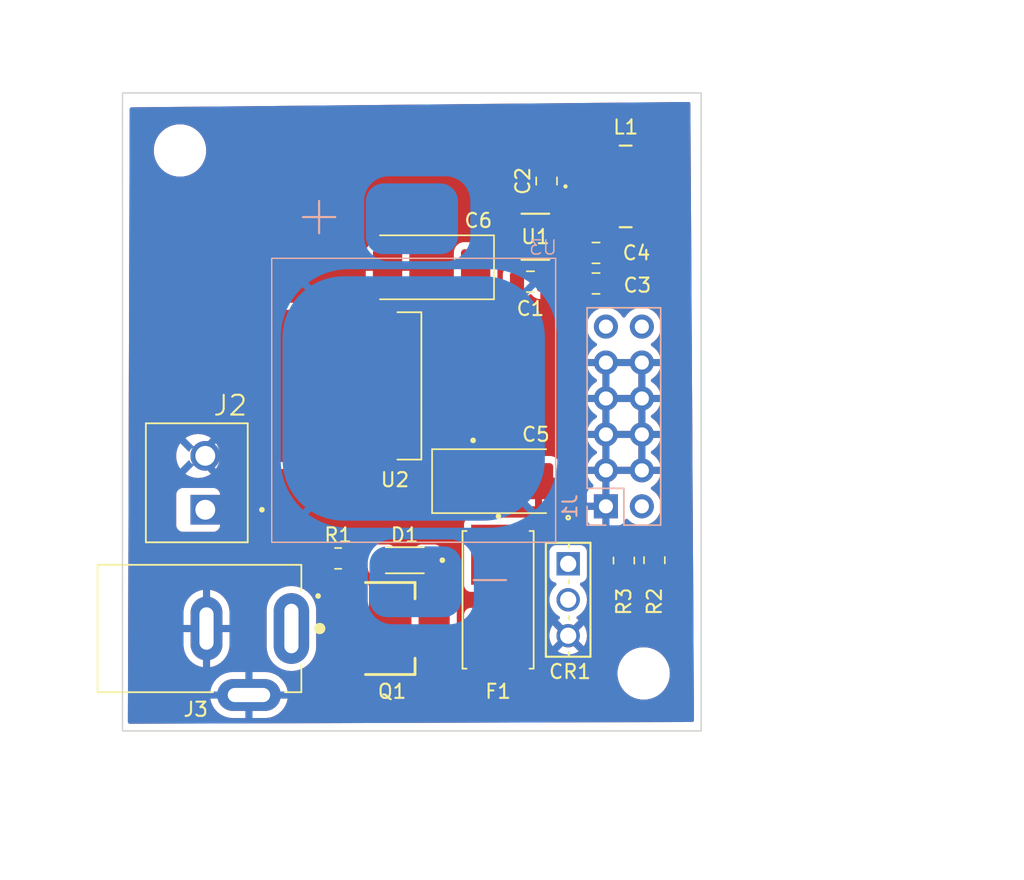
<source format=kicad_pcb>
(kicad_pcb (version 20221018) (generator pcbnew)
  (layers (0 "F.Cu" signal) (31 "B.Cu" signal) (34 "B.Paste" user) (35 "F.Paste" user) (36 "B.SilkS" user "B.Silkscreen") (37 "F.SilkS" user "F.Silkscreen") (38 "B.Mask" user) (39 "F.Mask" user) (44 "Edge.Cuts" user))
  (net 0 "")
  (net 1 "Net-(U1-BST)")
  (net 2 "GND")
  (net 3 "Net-(U1-SW)")
  (net 4 "+3.3V")
  (net 5 "Net-(U2-VOUT)")
  (net 6 "/FLU_EXCITE/EXCITE_EN")
  (net 7 "VDD")
  (net 8 "Net-(R2-Pad2)")
  (net 9 "Net-(CR1-Pad1)")
  (net 10 "Net-(CR1-Pad2)")
  (net 11 "Net-(D1-K)")
  (net 12 "Net-(D1-A)")
  (net 13 "Net-(J2-Pad1)")
  (footprint "connectors:PJ-002A" (layer "F.Cu") (at 180.086 96.393 180)
    (fp_text reference "J3" (at 6.762 -5.715) (layer "F.SilkS") (effects (font (size 1.000827 1.000827))))
    (fp_text value "PJ-002A")
    (fp_line (start -0.7 -4.5) (end 0.45 -4.5) (stroke (width 0.127)) (layer "F.SilkS"))
    (fp_line (start -0.7 -2.55) (end -0.7 -4.5) (stroke (width 0.127)) (layer "F.SilkS"))
    (fp_line (start -0.7 4.5) (end -0.7 2.65) (stroke (width 0.127)) (layer "F.SilkS"))
    (fp_line (start 5.55 -4.5) (end 13.7 -4.5) (stroke (width 0.127)) (layer "F.SilkS"))
    (fp_line (start 13.7 -4.5) (end 13.7 4.5) (stroke (width 0.127)) (layer "F.SilkS"))
    (fp_line (start 13.7 4.5) (end -0.7 4.5) (stroke (width 0.127)) (layer "F.SilkS"))
    (fp_circle (center -2 0) (end -1.8 0) (stroke (width 0.4)) (fill none) (layer "F.SilkS"))
    (pad "1" thru_hole oval locked (at 0 0 180) (size 2.5 5) (drill oval 1 3.5) (layers "*.Cu" "*.Mask") (net 13 "Net-(J2-Pad1)"))
    (pad "2" thru_hole oval locked (at 6 0 180) (size 2.25 4.5) (drill oval 1 3) (layers "*.Cu" "*.Mask") (net 2 "GND"))
    (pad "3" thru_hole oval locked (at 3 -4.7 180) (size 4.5 2.25) (drill oval 3 1) (layers "*.Cu" "*.Mask") (net 2 "GND"))
  )
  (footprint "MountingHole:MountingHole_3.2mm_M3" (layer "F.Cu") (at 204.978 99.568)
    (fp_text reference "REF**" hide)
    (fp_text value "MountingHole_3.2mm_M3")
    (pad "" np_thru_hole circle locked (at 0 0) (size 3.2 3.2) (drill 3.2) (layers "*.Cu" "*.Mask"))
  )
  (footprint "fuses:0154010.DRL" (layer "F.Cu") (at 194.691 94.3663 -90)
    (fp_text reference "F1" (at 6.4717 0 -180) (layer "F.SilkS"))
    (fp_text value "(10 A)")
    (fp_line (start -4.8641 -2.5146) (end 4.8641 -2.5146) (stroke (width 0.127)) (layer "F.SilkS"))
    (fp_line (start -4.8641 -2.225) (end -4.8641 -2.5146) (stroke (width 0.127)) (layer "F.SilkS"))
    (fp_line (start -4.8641 2.5146) (end -4.8641 2.225) (stroke (width 0.127)) (layer "F.SilkS"))
    (fp_line (start 4.8641 -2.5146) (end 4.8641 -2.225) (stroke (width 0.127)) (layer "F.SilkS"))
    (fp_line (start 4.8641 2.5146) (end -4.8641 2.5146) (stroke (width 0.127)) (layer "F.SilkS"))
    (fp_line (start 4.8641 2.5146) (end 4.8641 2.225) (stroke (width 0.127)) (layer "F.SilkS"))
    (fp_circle (center -5.9022 -0.0254) (end -5.8022 -0.0254) (stroke (width 0.2)) (fill none) (layer "F.SilkS"))
    (pad "1" smd rect (at -3.1877 0 270) (size 4.2418 3.81) (layers "F.Cu" "F.Paste" "F.Mask") (net 7 "VDD"))
    (pad "2" smd rect (at 3.1877 0 270) (size 4.2418 3.81) (layers "F.Cu" "F.Paste" "F.Mask") (net 11 "Net-(D1-K)"))
  )
  (footprint "MountingHole:MountingHole_3.2mm_M3" (layer "F.Cu") (at 172.212 62.611)
    (fp_text reference "REF**" hide)
    (fp_text value "MountingHole_3.2mm_M3")
    (pad "" np_thru_hole circle locked (at 0 0) (size 3.2 3.2) (drill 3.2) (layers "F&B.Cu" "*.Mask"))
  )
  (footprint "Capacitor_Tantalum_SMD:CP_EIA-7343-15_Kemet-W" (layer "F.Cu") (at 194.437 85.979)
    (fp_text reference "C5" (at 2.921 -3.302) (layer "F.SilkS"))
    (fp_text value "10uF")
    (fp_line (start -4.41 -2.26) (end -4.41 2.26) (stroke (width 0.12)) (layer "F.SilkS"))
    (fp_line (start -4.41 2.26) (end 3.65 2.26) (stroke (width 0.12)) (layer "F.SilkS"))
    (fp_line (start 3.65 -2.26) (end -4.41 -2.26) (stroke (width 0.12)) (layer "F.SilkS"))
    (pad "1" smd roundrect (at -3.1125 0) (size 2.075 2.55) (layers "F.Cu" "F.Paste" "F.Mask") (roundrect_rratio 0.120482) (net 7 "VDD"))
    (pad "2" smd roundrect (at 3.1125 0) (size 2.075 2.55) (layers "F.Cu" "F.Paste" "F.Mask") (roundrect_rratio 0.120482) (net 2 "GND"))
  )
  (footprint "connectors:TBP02R2-381-02BE" (layer "F.Cu") (at 174 88 90)
    (fp_text reference "J2" (at 7.366 1.7675 180) (layer "F.SilkS") (effects (font (size 1.4 1.4))))
    (fp_text value "TBP02R2-381-02BE")
    (fp_line (start -2.3 -4.2) (end 6.11 -4.2) (stroke (width 0.127)) (layer "F.SilkS"))
    (fp_line (start -2.3 3) (end -2.3 -4.2) (stroke (width 0.127)) (layer "F.SilkS"))
    (fp_line (start 6.11 -4.2) (end 6.11 3) (stroke (width 0.127)) (layer "F.SilkS"))
    (fp_line (start 6.11 3) (end -2.3 3) (stroke (width 0.127)) (layer "F.SilkS"))
    (fp_circle (center 0 4) (end 0.1 4) (stroke (width 0.2)) (fill none) (layer "F.SilkS"))
    (pad "1" thru_hole rect locked (at 0 0 90) (size 2.1 2.1) (drill 1.4) (layers "*.Cu" "*.Mask") (net 13 "Net-(J2-Pad1)"))
    (pad "2" thru_hole circle locked (at 3.81 0 90) (size 2.1 2.1) (drill 1.4) (layers "*.Cu" "*.Mask") (net 2 "GND"))
  )
  (footprint "Resistor_SMD:R_0805_2012Metric" (layer "F.Cu") (at 205.74 91.567 -90)
    (fp_text reference "R2" (at 2.921 0 90) (layer "F.SilkS"))
    (fp_text value "10K")
    (fp_line (start -0.227064 -0.735) (end 0.227064 -0.735) (stroke (width 0.12)) (layer "F.SilkS"))
    (fp_line (start -0.227064 0.735) (end 0.227064 0.735) (stroke (width 0.12)) (layer "F.SilkS"))
    (pad "1" smd roundrect (at -0.9125 0 270) (size 1.025 1.4) (layers "F.Cu" "F.Paste" "F.Mask") (roundrect_rratio 0.243902) (net 6 "/FLU_EXCITE/EXCITE_EN"))
    (pad "2" smd roundrect (at 0.9125 0 270) (size 1.025 1.4) (layers "F.Cu" "F.Paste" "F.Mask") (roundrect_rratio 0.243902) (net 8 "Net-(R2-Pad2)"))
  )
  (footprint "Resistor_SMD:R_0805_2012Metric" (layer "F.Cu") (at 183.388 91.44)
    (fp_text reference "R1" (at 0 -1.65) (layer "F.SilkS"))
    (fp_text value "10K")
    (fp_line (start -0.227064 -0.735) (end 0.227064 -0.735) (stroke (width 0.12)) (layer "F.SilkS"))
    (fp_line (start -0.227064 0.735) (end 0.227064 0.735) (stroke (width 0.12)) (layer "F.SilkS"))
    (pad "1" smd roundrect (at -0.9125 0) (size 1.025 1.4) (layers "F.Cu" "F.Paste" "F.Mask") (roundrect_rratio 0.243902) (net 2 "GND"))
    (pad "2" smd roundrect (at 0.9125 0) (size 1.025 1.4) (layers "F.Cu" "F.Paste" "F.Mask") (roundrect_rratio 0.243902) (net 12 "Net-(D1-A)"))
  )
  (footprint "Capacitor_SMD:C_0805_2012Metric" (layer "F.Cu") (at 198.12 64.77 90)
    (fp_text reference "C2" (at 0 -1.68 90) (layer "F.SilkS"))
    (fp_text value "100nF")
    (fp_line (start -0.261252 -0.735) (end 0.261252 -0.735) (stroke (width 0.12)) (layer "F.SilkS"))
    (fp_line (start -0.261252 0.735) (end 0.261252 0.735) (stroke (width 0.12)) (layer "F.SilkS"))
    (pad "1" smd roundrect (at -0.95 0 90) (size 1 1.45) (layers "F.Cu" "F.Paste" "F.Mask") (net 1 "Net-(U1-BST)"))
    (pad "2" smd roundrect (at 0.95 0 90) (size 1 1.45) (layers "F.Cu" "F.Paste" "F.Mask") (net 3 "Net-(U1-SW)"))
  )
  (footprint "Resistor_SMD:R_0805_2012Metric" (layer "F.Cu") (at 203.581 91.5905 -90)
    (fp_text reference "R3" (at 2.8975 0 90) (layer "F.SilkS"))
    (fp_text value "10K")
    (fp_line (start -0.227064 -0.735) (end 0.227064 -0.735) (stroke (width 0.12)) (layer "F.SilkS"))
    (fp_line (start -0.227064 0.735) (end 0.227064 0.735) (stroke (width 0.12)) (layer "F.SilkS"))
    (pad "1" smd roundrect (at -0.9125 0 270) (size 1.025 1.4) (layers "F.Cu" "F.Paste" "F.Mask") (roundrect_rratio 0.243902) (net 8 "Net-(R2-Pad2)"))
    (pad "2" smd roundrect (at 0.9125 0 270) (size 1.025 1.4) (layers "F.Cu" "F.Paste" "F.Mask") (roundrect_rratio 0.243902) (net 9 "Net-(CR1-Pad1)"))
  )
  (footprint "mosfets:DMP6023LE-13" (layer "F.Cu") (at 187.071 96.393)
    (fp_text reference "Q1" (at 0.127 4.445) (layer "F.SilkS"))
    (fp_text value "DMP6023LE-13")
    (fp_line (start -1.75 -3.25) (end 1.75 -3.25) (stroke (width 0.2)) (layer "F.SilkS"))
    (fp_line (start 1.75 -3.25) (end 1.75 -2.1) (stroke (width 0.2)) (layer "F.SilkS"))
    (fp_line (start 1.75 2.1) (end 1.75 3.25) (stroke (width 0.2)) (layer "F.SilkS"))
    (fp_line (start 1.75 3.25) (end -1.75 3.25) (stroke (width 0.2)) (layer "F.SilkS"))
    (fp_circle (center -5.1 -2.3) (end -5 -2.3) (stroke (width 0.2)) (fill none) (layer "F.SilkS"))
    (pad "1" smd rect (at -3.1 -2.3) (size 2.2 1.2) (layers "F.Cu" "F.Paste" "F.Mask") (net 12 "Net-(D1-A)"))
    (pad "2" smd rect (at -3.1 0) (size 2.2 1.2) (layers "F.Cu" "F.Paste" "F.Mask") (net 13 "Net-(J2-Pad1)"))
    (pad "3" smd rect (at -3.1 2.3) (size 2.2 1.2) (layers "F.Cu" "F.Paste" "F.Mask") (net 11 "Net-(D1-K)"))
    (pad "4" smd rect (at 3.1 0) (size 2.2 3.5) (layers "F.Cu" "F.Paste" "F.Mask") (net 13 "Net-(J2-Pad1)"))
  )
  (footprint "Capacitor_SMD:C_0805_2012Metric" (layer "F.Cu") (at 201.61 69.85 180)
    (fp_text reference "C4" (at -2.86 0) (layer "F.SilkS"))
    (fp_text value "22uF")
    (fp_line (start -0.261252 -0.735) (end 0.261252 -0.735) (stroke (width 0.12)) (layer "F.SilkS"))
    (fp_line (start -0.261252 0.735) (end 0.261252 0.735) (stroke (width 0.12)) (layer "F.SilkS"))
    (pad "1" smd roundrect (at -0.95 0 180) (size 1 1.45) (layers "F.Cu" "F.Paste" "F.Mask") (net 4 "+3.3V"))
    (pad "2" smd roundrect (at 0.95 0 180) (size 1 1.45) (layers "F.Cu" "F.Paste" "F.Mask") (net 2 "GND"))
  )
  (footprint "ldo:AP63205WU-7" (layer "F.Cu") (at 197.32625 68.707)
    (fp_text reference "U1" (at 0 0 unlocked) (layer "F.SilkS"))
    (fp_text value "AP63203WU-7")
    (fp_line (start -0.9779 1.6256) (end 0.9779 1.6256) (stroke (width 0.1524)) (layer "F.SilkS"))
    (fp_line (start 0.9779 -1.6256) (end -0.9779 -1.6256) (stroke (width 0.1524)) (layer "F.SilkS"))
    (pad "1" smd rect (at -1.30175 -0.950001) (size 0.9017 0.508) (layers "F.Cu" "F.Paste" "F.Mask") (net 4 "+3.3V"))
    (pad "2" smd rect (at -1.30175 0) (size 0.9017 0.508) (layers "F.Cu" "F.Paste" "F.Mask") (net 7 "VDD"))
    (pad "3" smd rect (at -1.30175 0.950001) (size 0.9017 0.508) (layers "F.Cu" "F.Paste" "F.Mask") (net 7 "VDD"))
    (pad "4" smd rect (at 1.30175 0.950001) (size 0.9017 0.508) (layers "F.Cu" "F.Paste" "F.Mask") (net 2 "GND"))
    (pad "5" smd rect (at 1.30175 0) (size 0.9017 0.508) (layers "F.Cu" "F.Paste" "F.Mask") (net 3 "Net-(U1-SW)"))
    (pad "6" smd rect (at 1.30175 -0.950001) (size 0.9017 0.508) (layers "F.Cu" "F.Paste" "F.Mask") (net 1 "Net-(U1-BST)"))
  )
  (footprint "inductors:SDE0604A-3R9M" (layer "F.Cu") (at 203.708 65.151)
    (fp_text reference "L1" (at 0 -4.191 unlocked) (layer "F.SilkS"))
    (fp_text value "3.9uH")
    (fp_line (start -0.419751 2.8829) (end 0.419751 2.8829) (stroke (width 0.1524)) (layer "F.SilkS"))
    (fp_line (start 0.419751 -2.8829) (end -0.419751 -2.8829) (stroke (width 0.1524)) (layer "F.SilkS"))
    (fp_circle (center -4.2545 0) (end -4.1783 0) (stroke (width 0.1524)) (fill none) (layer "F.SilkS"))
    (pad "1" smd rect (at -1.9177 0) (size 2.3622 5.5626) (layers "F.Cu" "F.Paste" "F.Mask") (net 3 "Net-(U1-SW)"))
    (pad "2" smd rect (at 1.9177 0) (size 2.3622 5.5626) (layers "F.Cu" "F.Paste" "F.Mask") (net 4 "+3.3V"))
  )
  (footprint "ldo:MIC29150-12WU" (layer "F.Cu") (at 186.576 79.248 180)
    (fp_text reference "U2" (at -0.825 -6.635) (layer "F.SilkS"))
    (fp_text value "MIC29150-12WU-TR")
    (fp_line (start -2.692 -5.207) (end -1 -5.207) (stroke (width 0.127)) (layer "F.SilkS"))
    (fp_line (start -2.692 5.207) (end -2.692 -5.207) (stroke (width 0.127)) (layer "F.SilkS"))
    (fp_line (start -1 5.207) (end -2.692 5.207) (stroke (width 0.127)) (layer "F.SilkS"))
    (fp_circle (center -6.35 -3.85) (end -6.25 -3.85) (stroke (width 0.2)) (fill none) (layer "F.SilkS"))
    (pad "1" smd rect (at -6.35 -2.54 180) (size 3.92 1.45) (layers "F.Cu" "F.Paste" "F.Mask") (net 7 "VDD"))
    (pad "2" smd rect (at -6.35 0 180) (size 3.92 1.45) (layers "F.Cu" "F.Paste" "F.Mask") (net 2 "GND"))
    (pad "3" smd rect (at -6.35 2.54 180) (size 3.92 1.45) (layers "F.Cu" "F.Paste" "F.Mask") (net 5 "Net-(U2-VOUT)"))
    (pad "4" smd rect (at 3.95 0 180) (size 8.75 10.75) (layers "F.Cu" "F.Mask"))
  )
  (footprint "transistors:BD681" (layer "F.Cu") (at 199.644 91.821 -90)
    (fp_text reference "CR1" (at 7.62 -0.127 unlocked) (layer "F.SilkS"))
    (fp_text value "BD681")
    (fp_line (start -1.4859 -1.5748) (end -1.4859 1.5748) (stroke (width 0.1524)) (layer "F.SilkS"))
    (fp_line (start -1.4859 1.5748) (end 6.5659 1.5748) (stroke (width 0.1524)) (layer "F.SilkS"))
    (fp_line (start -1.3589 -0.0508) (end -1.15824 -0.0508) (stroke (width 0.1524)) (layer "F.SilkS"))
    (fp_line (start 1.15824 -0.0508) (end 1.382875 -0.0508) (stroke (width 0.1524)) (layer "F.SilkS"))
    (fp_line (start 3.697125 -0.0508) (end 3.922875 -0.0508) (stroke (width 0.1524)) (layer "F.SilkS"))
    (fp_line (start 6.237125 -0.0508) (end 6.4389 -0.0508) (stroke (width 0.1524)) (layer "F.SilkS"))
    (fp_line (start 6.5659 -1.5748) (end -1.4859 -1.5748) (stroke (width 0.1524)) (layer "F.SilkS"))
    (fp_line (start 6.5659 1.5748) (end 6.5659 -1.5748) (stroke (width 0.1524)) (layer "F.SilkS"))
    (fp_circle (center -3.2639 0) (end -3.1369 0) (stroke (width 0.1524)) (fill none) (layer "F.SilkS"))
    (pad "1" thru_hole rect (at 0 0 270) (size 1.651 1.651) (drill 1.143) (layers "*.Cu" "*.Mask") (net 9 "Net-(CR1-Pad1)"))
    (pad "2" thru_hole circle (at 2.54 0 270) (size 1.651 1.651) (drill 1.143) (layers "*.Cu" "*.Mask") (net 10 "Net-(CR1-Pad2)"))
    (pad "3" thru_hole circle (at 5.08 0 270) (size 1.651 1.651) (drill 1.143) (layers "*.Cu" "*.Mask") (net 2 "GND"))
  )
  (footprint "Capacitor_Tantalum_SMD:CP_EIA-7343-15_Kemet-W" (layer "F.Cu") (at 189.992 70.866 180)
    (fp_text reference "C6" (at -3.302 3.302 180) (layer "F.SilkS"))
    (fp_text value "10uF")
    (fp_line (start -4.41 -2.26) (end -4.41 2.26) (stroke (width 0.12)) (layer "F.SilkS"))
    (fp_line (start -4.41 2.26) (end 3.65 2.26) (stroke (width 0.12)) (layer "F.SilkS"))
    (fp_line (start 3.65 -2.26) (end -4.41 -2.26) (stroke (width 0.12)) (layer "F.SilkS"))
    (pad "1" smd roundrect (at -3.1125 0 180) (size 2.075 2.55) (layers "F.Cu" "F.Paste" "F.Mask") (roundrect_rratio 0.120482) (net 5 "Net-(U2-VOUT)"))
    (pad "2" smd roundrect (at 3.1125 0 180) (size 2.075 2.55) (layers "F.Cu" "F.Paste" "F.Mask") (roundrect_rratio 0.120482) (net 2 "GND"))
  )
  (footprint "Capacitor_SMD:C_0805_2012Metric" (layer "F.Cu") (at 196.977 71.882)
    (fp_text reference "C1" (at 0 1.905) (layer "F.SilkS"))
    (fp_text value "10uF")
    (fp_line (start -0.261252 -0.735) (end 0.261252 -0.735) (stroke (width 0.12)) (layer "F.SilkS"))
    (fp_line (start -0.261252 0.735) (end 0.261252 0.735) (stroke (width 0.12)) (layer "F.SilkS"))
    (pad "1" smd roundrect (at -0.95 0) (size 1 1.45) (layers "F.Cu" "F.Paste" "F.Mask") (net 7 "VDD"))
    (pad "2" smd roundrect (at 0.95 0) (size 1 1.45) (layers "F.Cu" "F.Paste" "F.Mask") (net 2 "GND"))
  )
  (footprint "diodes:MMSZ4700T1G" (layer "F.Cu") (at 188.101 91.567 180)
    (fp_text reference "D1" (at 0.014 1.778) (layer "F.SilkS"))
    (fp_text value "D_Zener")
    (fp_line (start -1.345 -0.9235) (end 1.345 -0.9235) (stroke (width 0.127)) (layer "F.SilkS"))
    (fp_line (start 1.345 0.9235) (end -1.345 0.9235) (stroke (width 0.127)) (layer "F.SilkS"))
    (fp_circle (center -2.65 0) (end -2.55 0) (stroke (width 0.2)) (fill none) (layer "F.SilkS"))
    (pad "1" smd rect (at -1.6375 0 180) (size 0.915 1.22) (layers "F.Cu" "F.Paste" "F.Mask") (net 11 "Net-(D1-K)"))
    (pad "2" smd rect (at 1.6375 0 180) (size 0.915 1.22) (layers "F.Cu" "F.Paste" "F.Mask") (net 12 "Net-(D1-A)"))
  )
  (footprint "Capacitor_SMD:C_0805_2012Metric" (layer "F.Cu") (at 201.61 72.009 180)
    (fp_text reference "C3" (at -2.921 -0.127) (layer "F.SilkS"))
    (fp_text value "22uF")
    (fp_line (start -0.261252 -0.735) (end 0.261252 -0.735) (stroke (width 0.12)) (layer "F.SilkS"))
    (fp_line (start -0.261252 0.735) (end 0.261252 0.735) (stroke (width 0.12)) (layer "F.SilkS"))
    (pad "1" smd roundrect (at -0.95 0 180) (size 1 1.45) (layers "F.Cu" "F.Paste" "F.Mask") (net 4 "+3.3V"))
    (pad "2" smd roundrect (at 0.95 0 180) (size 1 1.45) (layers "F.Cu" "F.Paste" "F.Mask") (net 2 "GND"))
  )
  (footprint "Connector_PinHeader_2.54mm:PinHeader_2x06_P2.54mm_Vertical" (layer "B.Cu") (at 202.311 87.757)
    (fp_text reference "J1" (at -2.54 0 90) (layer "B.SilkS") (effects (justify mirror)))
    (fp_text value "Conn_02x06_Counter_Clockwise")
    (fp_line (start -1.33 -14.03) (end 3.87 -14.03) (stroke (width 0.12)) (layer "B.SilkS"))
    (fp_line (start -1.33 -1.27) (end -1.33 -14.03) (stroke (width 0.12)) (layer "B.SilkS"))
    (fp_line (start -1.33 -1.27) (end 1.27 -1.27) (stroke (width 0.12)) (layer "B.SilkS"))
    (fp_line (start -1.33 0) (end -1.33 1.33) (stroke (width 0.12)) (layer "B.SilkS"))
    (fp_line (start -1.33 1.33) (end 0 1.33) (stroke (width 0.12)) (layer "B.SilkS"))
    (fp_line (start 1.27 -1.27) (end 1.27 1.33) (stroke (width 0.12)) (layer "B.SilkS"))
    (fp_line (start 1.27 1.33) (end 3.87 1.33) (stroke (width 0.12)) (layer "B.SilkS"))
    (fp_line (start 3.87 1.33) (end 3.87 -14.03) (stroke (width 0.12)) (layer "B.SilkS"))
    (pad "1" thru_hole rect locked (at 0 0) (size 1.7 1.7) (drill 1) (layers "*.Cu" "*.Mask") (net 2 "GND"))
    (pad "2" thru_hole oval locked (at 2.54 0) (size 1.7 1.7) (drill 1) (layers "*.Cu" "*.Mask") (net 6 "/FLU_EXCITE/EXCITE_EN"))
    (pad "3" thru_hole oval locked (at 0 -2.54) (size 1.7 1.7) (drill 1) (layers "*.Cu" "*.Mask") (net 2 "GND"))
    (pad "4" thru_hole oval locked (at 2.54 -2.54) (size 1.7 1.7) (drill 1) (layers "*.Cu" "*.Mask") (net 2 "GND"))
    (pad "5" thru_hole oval locked (at 0 -5.08) (size 1.7 1.7) (drill 1) (layers "*.Cu" "*.Mask") (net 2 "GND"))
    (pad "6" thru_hole oval locked (at 2.54 -5.08) (size 1.7 1.7) (drill 1) (layers "*.Cu" "*.Mask") (net 2 "GND"))
    (pad "7" thru_hole oval locked (at 0 -7.62) (size 1.7 1.7) (drill 1) (layers "*.Cu" "*.Mask") (net 2 "GND"))
    (pad "8" thru_hole oval locked (at 2.54 -7.62) (size 1.7 1.7) (drill 1) (layers "*.Cu" "*.Mask") (net 2 "GND"))
    (pad "9" thru_hole oval locked (at 0 -10.16) (size 1.7 1.7) (drill 1) (layers "*.Cu" "*.Mask") (net 2 "GND"))
    (pad "10" thru_hole oval locked (at 2.54 -10.16) (size 1.7 1.7) (drill 1) (layers "*.Cu" "*.Mask") (net 2 "GND"))
    (pad "11" thru_hole oval locked (at 0 -12.7) (size 1.7 1.7) (drill 1) (layers "*.Cu" "*.Mask") (net 4 "+3.3V"))
    (pad "12" thru_hole oval locked (at 2.54 -12.7) (size 1.7 1.7) (drill 1) (layers "*.Cu" "*.Mask") (net 4 "+3.3V"))
  )
  (footprint "led:10W_COB" (layer "B.Cu") (at 189.616 80.137 90)
    (fp_text reference "U3" (at 10.668 8.255 unlocked) (layer "B.SilkS") (effects (font (thickness 0.1)) (justify mirror)))
    (fp_text value "~")
    (fp_rect (start -10.16 9.144) (end 9.906 -10.922) (stroke (width 0.1)) (fill none) (layer "B.SilkS"))
    (pad "1" smd roundrect locked (at -12.954 -0.762) (size 6.5 5) (layers "B.Cu" "B.Paste" "B.Mask") (net 10 "Net-(CR1-Pad2)"))
    (pad "2" smd roundrect locked (at 12.7 -1.016) (size 6.5 5) (layers "B.Cu" "B.Paste" "B.Mask") (net 5 "Net-(U2-VOUT)"))
    (pad "3" smd roundrect locked (at 0 -0.889 90) (size 17.272 18.542) (layers "B.Cu" "B.Paste" "B.Mask") (net 2 "GND"))
  )
  (gr_rect (start 168.148 58.547) (end 209.042 103.632) (stroke (width 0.1)) (fill none) (layer "Edge.Cuts"))
  (gr_text "-" (at 192.151 94.488) (layer "B.SilkS") (effects (font (size 3 3)) (justify left bottom)))
  (gr_text "+" (at 180.086 68.834) (layer "B.SilkS") (effects (font (size 3 3)) (justify left bottom)))
  (zone (net 2) (net_name "GND") (layers "F&B.Cu") (connect_pads (clearance 0.5)) (min_thickness 0.25) (fill yes (thermal_gap 0.5) (thermal_bridge_width 0.5))
    (polygon (pts (xy 168.656 59.563) (xy 208.28 59.182) (xy 208.534 102.997) (xy 168.529 103.124)))
  )
)
</source>
